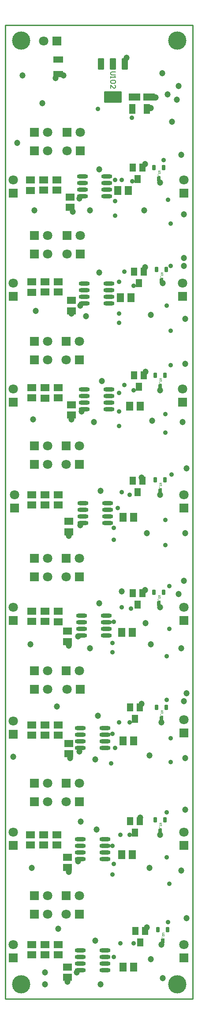
<source format=gts>
G04 Layer_Color=8388736*
%FSLAX25Y25*%
%MOIN*%
G70*
G01*
G75*
%ADD22C,0.01000*%
%ADD23C,0.00236*%
%ADD24C,0.00800*%
G04:AMPARAMS|DCode=39|XSize=29.65mil|YSize=39.5mil|CornerRadius=5.95mil|HoleSize=0mil|Usage=FLASHONLY|Rotation=0.000|XOffset=0mil|YOffset=0mil|HoleType=Round|Shape=RoundedRectangle|*
%AMROUNDEDRECTD39*
21,1,0.02965,0.02760,0,0,0.0*
21,1,0.01776,0.03950,0,0,0.0*
1,1,0.01190,0.00888,-0.01380*
1,1,0.01190,-0.00888,-0.01380*
1,1,0.01190,-0.00888,0.01380*
1,1,0.01190,0.00888,0.01380*
%
%ADD39ROUNDEDRECTD39*%
%ADD40R,0.04737X0.06312*%
%ADD41R,0.05524X0.06509*%
%ADD42R,0.06509X0.05524*%
%ADD43O,0.08280X0.03162*%
%ADD44R,0.08674X0.05524*%
G04:AMPARAMS|DCode=45|XSize=47.37mil|YSize=88.71mil|CornerRadius=5.97mil|HoleSize=0mil|Usage=FLASHONLY|Rotation=0.000|XOffset=0mil|YOffset=0mil|HoleType=Round|Shape=RoundedRectangle|*
%AMROUNDEDRECTD45*
21,1,0.04737,0.07677,0,0,0.0*
21,1,0.03543,0.08871,0,0,0.0*
1,1,0.01194,0.01772,-0.03839*
1,1,0.01194,-0.01772,-0.03839*
1,1,0.01194,-0.01772,0.03839*
1,1,0.01194,0.01772,0.03839*
%
%ADD45ROUNDEDRECTD45*%
G04:AMPARAMS|DCode=46|XSize=135.95mil|YSize=88.71mil|CornerRadius=6.02mil|HoleSize=0mil|Usage=FLASHONLY|Rotation=0.000|XOffset=0mil|YOffset=0mil|HoleType=Round|Shape=RoundedRectangle|*
%AMROUNDEDRECTD46*
21,1,0.13595,0.07667,0,0,0.0*
21,1,0.12392,0.08871,0,0,0.0*
1,1,0.01204,0.06196,-0.03834*
1,1,0.01204,-0.06196,-0.03834*
1,1,0.01204,-0.06196,0.03834*
1,1,0.01204,0.06196,0.03834*
%
%ADD46ROUNDEDRECTD46*%
%ADD47R,0.04540X0.07493*%
%ADD48R,0.07493X0.04540*%
%ADD49C,0.13800*%
%ADD50C,0.07099*%
%ADD51R,0.07099X0.07099*%
%ADD52R,0.07099X0.07099*%
%ADD53C,0.04737*%
%ADD54C,0.03556*%
D22*
X0Y-736221D02*
X141732D01*
Y0D01*
X0D02*
X141732D01*
X0Y-736221D02*
Y0D01*
D23*
X119878Y-686276D02*
X118730D01*
X118500Y-686505D01*
Y-686964D01*
X118730Y-687194D01*
X119878D01*
X118500Y-688571D02*
Y-687653D01*
X119418Y-688571D01*
X119648D01*
X119878Y-688342D01*
Y-687883D01*
X119648Y-687653D01*
X118270Y-689031D02*
Y-689949D01*
X119878Y-690408D02*
X118500D01*
X119189D01*
Y-691326D01*
X119878D01*
X118500D01*
X117877Y-603000D02*
X116730D01*
X116500Y-603230D01*
Y-603689D01*
X116730Y-603918D01*
X117877D01*
X116500Y-605296D02*
Y-604378D01*
X117418Y-605296D01*
X117648D01*
X117877Y-605066D01*
Y-604607D01*
X117648Y-604378D01*
X116270Y-605755D02*
Y-606673D01*
X117648Y-608051D02*
X117877Y-607821D01*
Y-607362D01*
X117648Y-607132D01*
X116730D01*
X116500Y-607362D01*
Y-607821D01*
X116730Y-608051D01*
X117189D01*
Y-607592D01*
X118877Y-518000D02*
X117730D01*
X117500Y-518230D01*
Y-518689D01*
X117730Y-518918D01*
X118877D01*
X117500Y-520296D02*
Y-519378D01*
X118418Y-520296D01*
X118648D01*
X118877Y-520066D01*
Y-519607D01*
X118648Y-519378D01*
X117270Y-520755D02*
Y-521673D01*
X118877Y-523051D02*
Y-522132D01*
X118189D01*
Y-522592D01*
Y-522132D01*
X117500D01*
X116877Y-431000D02*
X115730D01*
X115500Y-431230D01*
Y-431689D01*
X115730Y-431918D01*
X116877D01*
X115500Y-433296D02*
Y-432377D01*
X116418Y-433296D01*
X116648D01*
X116877Y-433066D01*
Y-432607D01*
X116648Y-432377D01*
X115270Y-433755D02*
Y-434673D01*
X116877Y-436051D02*
Y-435133D01*
X115500D01*
Y-436051D01*
X116189Y-435133D02*
Y-435592D01*
X117877Y-346000D02*
X116730D01*
X116500Y-346230D01*
Y-346689D01*
X116730Y-346918D01*
X117877D01*
X116500Y-348296D02*
Y-347377D01*
X117418Y-348296D01*
X117648D01*
X117877Y-348066D01*
Y-347607D01*
X117648Y-347377D01*
X116270Y-348755D02*
Y-349673D01*
X117877Y-350132D02*
X116500D01*
Y-350821D01*
X116730Y-351051D01*
X117648D01*
X117877Y-350821D01*
Y-350132D01*
Y-267000D02*
X116730D01*
X116500Y-267230D01*
Y-267689D01*
X116730Y-267918D01*
X117877D01*
X116500Y-269296D02*
Y-268377D01*
X117418Y-269296D01*
X117648D01*
X117877Y-269066D01*
Y-268607D01*
X117648Y-268377D01*
X116270Y-269755D02*
Y-270673D01*
X117648Y-272051D02*
X117877Y-271821D01*
Y-271362D01*
X117648Y-271132D01*
X116730D01*
X116500Y-271362D01*
Y-271821D01*
X116730Y-272051D01*
X118877Y-187000D02*
X117730D01*
X117500Y-187230D01*
Y-187689D01*
X117730Y-187918D01*
X118877D01*
X117500Y-189296D02*
Y-188377D01*
X118418Y-189296D01*
X118648D01*
X118877Y-189066D01*
Y-188607D01*
X118648Y-188377D01*
X117270Y-189755D02*
Y-190673D01*
X118877Y-191132D02*
X117500D01*
Y-191821D01*
X117730Y-192051D01*
X117959D01*
X118189Y-191821D01*
Y-191132D01*
Y-191821D01*
X118418Y-192051D01*
X118648D01*
X118877Y-191821D01*
Y-191132D01*
X116877Y-110000D02*
X115730D01*
X115500Y-110230D01*
Y-110689D01*
X115730Y-110918D01*
X116877D01*
X115500Y-112296D02*
Y-111378D01*
X116418Y-112296D01*
X116648D01*
X116877Y-112066D01*
Y-111607D01*
X116648Y-111378D01*
X115270Y-112755D02*
Y-113673D01*
X115500Y-114132D02*
X116418D01*
X116877Y-114592D01*
X116418Y-115051D01*
X115500D01*
X116189D01*
Y-114132D01*
D24*
X83195Y-35441D02*
X80279D01*
X79696Y-36024D01*
Y-37190D01*
X80279Y-37774D01*
X83195D01*
X79696Y-38940D02*
Y-40106D01*
Y-39523D01*
X83195D01*
X82612Y-38940D01*
Y-41856D02*
X83195Y-42439D01*
Y-43605D01*
X82612Y-44188D01*
X80279D01*
X79696Y-43605D01*
Y-42439D01*
X80279Y-41856D01*
X82612D01*
X79696Y-47687D02*
Y-45355D01*
X82028Y-47687D01*
X82612D01*
X83195Y-47104D01*
Y-45938D01*
X82612Y-45355D01*
D39*
X122740Y-683945D02*
D03*
X115260D02*
D03*
X119000Y-692606D02*
D03*
X120740Y-600669D02*
D03*
X113260D02*
D03*
X117000Y-609331D02*
D03*
X121740Y-515669D02*
D03*
X114260D02*
D03*
X118000Y-524331D02*
D03*
X119740Y-428669D02*
D03*
X112260D02*
D03*
X116000Y-437331D02*
D03*
X120740Y-343669D02*
D03*
X113260D02*
D03*
X117000Y-352331D02*
D03*
X120740Y-264669D02*
D03*
X113260D02*
D03*
X117000Y-273331D02*
D03*
X121740Y-184669D02*
D03*
X114260D02*
D03*
X118000Y-193331D02*
D03*
X119740Y-107669D02*
D03*
X112260D02*
D03*
X116000Y-116331D02*
D03*
D40*
X105740Y-684669D02*
D03*
X98260D02*
D03*
X102000Y-693331D02*
D03*
X101740Y-601669D02*
D03*
X94260D02*
D03*
X98000Y-610331D02*
D03*
X101740Y-515669D02*
D03*
X94260D02*
D03*
X98000Y-524331D02*
D03*
X103740Y-429339D02*
D03*
X96260D02*
D03*
X100000Y-438000D02*
D03*
Y-353000D02*
D03*
X96260Y-344339D02*
D03*
X103740D02*
D03*
X101000Y-273331D02*
D03*
X97260Y-264669D02*
D03*
X104740D02*
D03*
X101000Y-195000D02*
D03*
X97260Y-186339D02*
D03*
X104740D02*
D03*
X100000Y-116331D02*
D03*
X96260Y-107669D02*
D03*
X103740D02*
D03*
D41*
X96874Y-712000D02*
D03*
X89000D02*
D03*
X95937Y-627000D02*
D03*
X88063D02*
D03*
X96937Y-541000D02*
D03*
X89063D02*
D03*
X95874Y-459000D02*
D03*
X88000D02*
D03*
X89000Y-372000D02*
D03*
X96874D02*
D03*
X94063Y-288000D02*
D03*
X101937D02*
D03*
X87063Y-206000D02*
D03*
X94937D02*
D03*
X85000Y-125000D02*
D03*
X92874D02*
D03*
D42*
X20000Y-702937D02*
D03*
Y-695063D02*
D03*
X30000Y-702937D02*
D03*
Y-695063D02*
D03*
X40000Y-702937D02*
D03*
Y-695063D02*
D03*
X47000Y-719937D02*
D03*
Y-712063D02*
D03*
X19000Y-619937D02*
D03*
Y-612063D02*
D03*
X39000Y-619937D02*
D03*
Y-612063D02*
D03*
X29000Y-619937D02*
D03*
Y-612063D02*
D03*
X47000Y-636937D02*
D03*
Y-629063D02*
D03*
X20000Y-536937D02*
D03*
Y-529063D02*
D03*
X40000Y-536937D02*
D03*
Y-529063D02*
D03*
X48000Y-550937D02*
D03*
Y-543063D02*
D03*
X30000Y-536937D02*
D03*
Y-529063D02*
D03*
Y-450937D02*
D03*
Y-443063D02*
D03*
X47000Y-466000D02*
D03*
Y-458126D02*
D03*
X40000Y-451000D02*
D03*
Y-443126D02*
D03*
X20000Y-450874D02*
D03*
Y-443000D02*
D03*
X40000Y-355063D02*
D03*
Y-362937D02*
D03*
X30000Y-355063D02*
D03*
Y-362937D02*
D03*
X20000Y-355063D02*
D03*
Y-362937D02*
D03*
X48000Y-375126D02*
D03*
Y-383000D02*
D03*
X40000Y-274063D02*
D03*
Y-281937D02*
D03*
X30000Y-274126D02*
D03*
Y-282000D02*
D03*
X20000Y-274063D02*
D03*
Y-281937D02*
D03*
X50000Y-287063D02*
D03*
Y-294937D02*
D03*
Y-208126D02*
D03*
Y-216000D02*
D03*
X40000Y-194063D02*
D03*
Y-201937D02*
D03*
X30000Y-194063D02*
D03*
Y-201937D02*
D03*
X20000Y-194126D02*
D03*
Y-202000D02*
D03*
X19000Y-117126D02*
D03*
Y-125000D02*
D03*
X49000Y-130063D02*
D03*
Y-137937D02*
D03*
X29000Y-117063D02*
D03*
Y-124937D02*
D03*
X39000Y-117063D02*
D03*
Y-124937D02*
D03*
D43*
X75252Y-714500D02*
D03*
Y-709500D02*
D03*
Y-704500D02*
D03*
Y-699500D02*
D03*
X56748Y-714500D02*
D03*
Y-709500D02*
D03*
Y-704500D02*
D03*
Y-699500D02*
D03*
X75252Y-630500D02*
D03*
Y-625500D02*
D03*
Y-620500D02*
D03*
Y-615500D02*
D03*
X56748Y-630500D02*
D03*
Y-625500D02*
D03*
Y-620500D02*
D03*
Y-615500D02*
D03*
X75252Y-546500D02*
D03*
Y-541500D02*
D03*
Y-536500D02*
D03*
Y-531500D02*
D03*
X56748Y-546500D02*
D03*
Y-541500D02*
D03*
Y-536500D02*
D03*
Y-531500D02*
D03*
X76252Y-461500D02*
D03*
Y-456500D02*
D03*
Y-451500D02*
D03*
Y-446500D02*
D03*
X57748Y-461500D02*
D03*
Y-456500D02*
D03*
Y-451500D02*
D03*
Y-446500D02*
D03*
X59748Y-275500D02*
D03*
Y-280500D02*
D03*
Y-285500D02*
D03*
Y-290500D02*
D03*
X78252Y-275500D02*
D03*
Y-280500D02*
D03*
Y-285500D02*
D03*
Y-290500D02*
D03*
X59748Y-195500D02*
D03*
Y-200500D02*
D03*
Y-205500D02*
D03*
Y-210500D02*
D03*
X78252Y-195500D02*
D03*
Y-200500D02*
D03*
Y-205500D02*
D03*
Y-210500D02*
D03*
X58248Y-114500D02*
D03*
Y-119500D02*
D03*
Y-124500D02*
D03*
Y-129500D02*
D03*
X76752Y-114500D02*
D03*
Y-119500D02*
D03*
Y-124500D02*
D03*
Y-129500D02*
D03*
X58748Y-361500D02*
D03*
Y-366500D02*
D03*
Y-371500D02*
D03*
Y-376500D02*
D03*
X77252Y-361500D02*
D03*
Y-366500D02*
D03*
Y-371500D02*
D03*
Y-376500D02*
D03*
D44*
X97672Y-54441D02*
D03*
X108696D02*
D03*
D45*
X90251Y-29441D02*
D03*
X81196D02*
D03*
X72141D02*
D03*
D46*
X81196Y-54441D02*
D03*
D47*
X95944Y-63441D02*
D03*
X106967D02*
D03*
D48*
X40000Y-26000D02*
D03*
Y-37024D02*
D03*
D49*
X129921Y-725000D02*
D03*
X11811D02*
D03*
X129921Y-11811D02*
D03*
X11811D02*
D03*
D50*
X135000Y-695000D02*
D03*
X6000D02*
D03*
X135000Y-610000D02*
D03*
X6000D02*
D03*
X135000Y-525000D02*
D03*
X6000Y-526000D02*
D03*
X135000Y-440000D02*
D03*
X6000D02*
D03*
X32000Y-672013D02*
D03*
Y-658000D02*
D03*
X56000D02*
D03*
X46000Y-672013D02*
D03*
X32000Y-587000D02*
D03*
Y-573000D02*
D03*
X56000D02*
D03*
X46000Y-587000D02*
D03*
X32000Y-502000D02*
D03*
Y-488000D02*
D03*
X56000D02*
D03*
X46476Y-502000D02*
D03*
X32000Y-417000D02*
D03*
Y-403000D02*
D03*
X56000D02*
D03*
X46000Y-417000D02*
D03*
X135000Y-355000D02*
D03*
X7000D02*
D03*
X134000Y-275000D02*
D03*
X6000D02*
D03*
X134000Y-195000D02*
D03*
X6000D02*
D03*
X29000Y-12000D02*
D03*
X6000Y-117000D02*
D03*
X32000Y-81000D02*
D03*
Y-95000D02*
D03*
X56476Y-81000D02*
D03*
X46476Y-95000D02*
D03*
X135000Y-117000D02*
D03*
X32000Y-159000D02*
D03*
Y-239000D02*
D03*
Y-318000D02*
D03*
Y-173000D02*
D03*
Y-253000D02*
D03*
Y-332000D02*
D03*
X56476Y-159000D02*
D03*
X56000Y-239000D02*
D03*
Y-318000D02*
D03*
X46476Y-173000D02*
D03*
X46000Y-253000D02*
D03*
Y-332000D02*
D03*
D51*
X135000Y-705000D02*
D03*
X6000D02*
D03*
X135000Y-620000D02*
D03*
X6000D02*
D03*
X135000Y-535000D02*
D03*
X6000Y-536000D02*
D03*
X135000Y-450000D02*
D03*
X6000D02*
D03*
X135000Y-365000D02*
D03*
X7000D02*
D03*
X134000Y-285000D02*
D03*
X6000D02*
D03*
X134000Y-205000D02*
D03*
X6000D02*
D03*
Y-127000D02*
D03*
X135000D02*
D03*
D52*
X22000Y-672013D02*
D03*
Y-658000D02*
D03*
X46000D02*
D03*
X56000Y-672013D02*
D03*
X22000Y-587000D02*
D03*
Y-573000D02*
D03*
X46000D02*
D03*
X56000Y-587000D02*
D03*
X22000Y-502000D02*
D03*
Y-488000D02*
D03*
X46000D02*
D03*
X56476Y-502000D02*
D03*
X22000Y-417000D02*
D03*
Y-403000D02*
D03*
X46000D02*
D03*
X56000Y-417000D02*
D03*
X39000Y-12000D02*
D03*
X22000Y-81000D02*
D03*
Y-95000D02*
D03*
X46476Y-81000D02*
D03*
X56476Y-95000D02*
D03*
X22000Y-159000D02*
D03*
Y-239000D02*
D03*
Y-318000D02*
D03*
Y-173000D02*
D03*
Y-253000D02*
D03*
Y-332000D02*
D03*
X46476Y-159000D02*
D03*
X46000Y-239000D02*
D03*
Y-318000D02*
D03*
X56476Y-173000D02*
D03*
X56000Y-253000D02*
D03*
Y-332000D02*
D03*
D53*
X30000Y-725000D02*
D03*
X136000Y-593000D02*
D03*
X30000Y-716000D02*
D03*
X40000Y-683000D02*
D03*
X54000Y-716000D02*
D03*
X47000Y-723000D02*
D03*
X72000Y-725000D02*
D03*
X110000Y-706000D02*
D03*
X119072Y-720500D02*
D03*
X137000Y-675000D02*
D03*
X118000Y-695000D02*
D03*
X107000Y-682000D02*
D03*
X68000Y-692000D02*
D03*
X69000Y-608000D02*
D03*
X20000Y-637000D02*
D03*
X57000Y-602000D02*
D03*
X133000Y-639000D02*
D03*
X109000Y-637000D02*
D03*
X117000Y-612063D02*
D03*
X102000Y-599000D02*
D03*
X55000Y-632000D02*
D03*
X48000Y-640000D02*
D03*
X39000Y-515000D02*
D03*
X68000Y-555000D02*
D03*
X136000Y-554000D02*
D03*
X109000Y-552000D02*
D03*
X137000Y-505000D02*
D03*
X135000Y-511000D02*
D03*
X118000Y-527000D02*
D03*
X103000Y-513000D02*
D03*
X70000Y-522000D02*
D03*
X56000Y-549000D02*
D03*
X49000Y-554000D02*
D03*
X6000Y-553000D02*
D03*
X48000Y-469000D02*
D03*
X19000Y-468000D02*
D03*
X64000Y-471000D02*
D03*
X133000D02*
D03*
X110000Y-468000D02*
D03*
X106000Y-452000D02*
D03*
X88063Y-428276D02*
D03*
X131000Y-430000D02*
D03*
X135000Y-420000D02*
D03*
X71000Y-437000D02*
D03*
X55000Y-462000D02*
D03*
X117000Y-440000D02*
D03*
X105740Y-427000D02*
D03*
X107000Y-384000D02*
D03*
X136000D02*
D03*
X103000Y-342000D02*
D03*
X117000Y-355000D02*
D03*
X56748Y-378000D02*
D03*
X48000Y-386000D02*
D03*
X72000Y-352000D02*
D03*
X137000Y-335000D02*
D03*
X136000Y-256000D02*
D03*
X111000Y-299000D02*
D03*
X134000Y-300000D02*
D03*
X117000Y-276000D02*
D03*
X106000Y-262000D02*
D03*
X73000Y-269000D02*
D03*
X50000Y-298000D02*
D03*
X57748Y-292000D02*
D03*
X67000Y-300000D02*
D03*
X21000Y-298000D02*
D03*
X23000Y-216000D02*
D03*
X71000Y-187000D02*
D03*
X135000Y-143000D02*
D03*
X61000Y-220000D02*
D03*
X110000Y-219000D02*
D03*
X136000Y-222000D02*
D03*
X135000Y-182000D02*
D03*
Y-176000D02*
D03*
X105740Y-183000D02*
D03*
X119000Y-195000D02*
D03*
X50000Y-218000D02*
D03*
X56748Y-212000D02*
D03*
X129500Y-56500D02*
D03*
X126000Y-73000D02*
D03*
X105000Y-140000D02*
D03*
X64000D02*
D03*
X22000D02*
D03*
X9000Y-89000D02*
D03*
X28000Y-59000D02*
D03*
X13000Y-38000D02*
D03*
X131000Y-46000D02*
D03*
X118500Y-36500D02*
D03*
X91696Y-24941D02*
D03*
X105740Y-105000D02*
D03*
X113633Y-54941D02*
D03*
X38000Y-40000D02*
D03*
X44000Y-38000D02*
D03*
X122500Y-52500D02*
D03*
X109838Y-62941D02*
D03*
X51000Y-141000D02*
D03*
X56000Y-131000D02*
D03*
X117000Y-119000D02*
D03*
X133000Y-98000D02*
D03*
X71000Y-109000D02*
D03*
D54*
X123063Y-678000D02*
D03*
X124000Y-649000D02*
D03*
X122000Y-629000D02*
D03*
X87000Y-694000D02*
D03*
X96874D02*
D03*
X82000Y-634000D02*
D03*
X80937Y-642000D02*
D03*
X82000Y-704500D02*
D03*
X122000Y-510000D02*
D03*
X125063Y-539063D02*
D03*
Y-557000D02*
D03*
X122000Y-595000D02*
D03*
X87000Y-612000D02*
D03*
X94000Y-612063D02*
D03*
X83000Y-546500D02*
D03*
X80000Y-558000D02*
D03*
X81000Y-620500D02*
D03*
Y-474000D02*
D03*
Y-467000D02*
D03*
X80937Y-535937D02*
D03*
X86000Y-527000D02*
D03*
X94000D02*
D03*
X88000Y-440000D02*
D03*
X95000Y-441000D02*
D03*
X81937Y-451000D02*
D03*
X82000Y-389000D02*
D03*
Y-380000D02*
D03*
X122000Y-477000D02*
D03*
X124000Y-456500D02*
D03*
Y-424000D02*
D03*
X121000Y-393000D02*
D03*
Y-374000D02*
D03*
X125677Y-339677D02*
D03*
X88000Y-353000D02*
D03*
X94063Y-355063D02*
D03*
X85000Y-365000D02*
D03*
X86000Y-303000D02*
D03*
Y-292000D02*
D03*
X90000Y-272000D02*
D03*
X86000Y-278000D02*
D03*
X97000Y-276000D02*
D03*
X121000Y-308000D02*
D03*
Y-294000D02*
D03*
X125000Y-257000D02*
D03*
Y-231000D02*
D03*
X122000Y-212000D02*
D03*
X123000Y-132000D02*
D03*
X86000Y-225000D02*
D03*
X125000Y-182000D02*
D03*
Y-150000D02*
D03*
X97000Y-197000D02*
D03*
X90000Y-186339D02*
D03*
X86000Y-218000D02*
D03*
Y-194000D02*
D03*
X88000Y-117000D02*
D03*
X96000Y-118000D02*
D03*
X82874Y-117126D02*
D03*
X119740Y-102260D02*
D03*
X83000Y-133000D02*
D03*
Y-144000D02*
D03*
X70000Y-63500D02*
D03*
X95500Y-70000D02*
D03*
M02*

</source>
